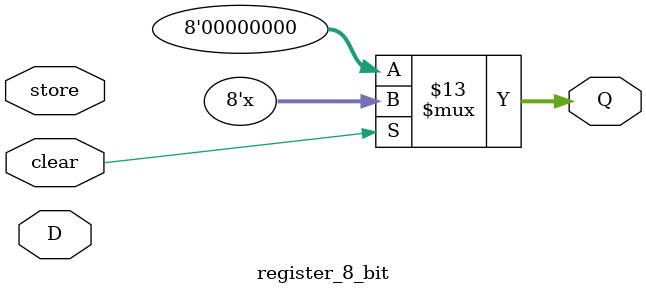
<source format=v>
/*This module does the job of the accumulator. The accumulator is actually an 
8 bit register that stores the value you pass into it through the input Q and D_store.
However, it only does this when you give it the input store. When you give it 
a clear signal it clears the registers are cleared. The output of the registers
is found on Q.*/
module register_8_bit(
	input [7:0] D,
	input clear,
	input store,
	output reg [7:0] Q
);

	//Declaring the register we will use
	reg [7:0] D_store;

	//The standard always block
	always @(clear, store, D_store, D) begin 
		//Since the buttons are inverted, we check for !clear
		if (!clear) begin
		//These <= are blocking statements. They're like an = sign
		//but a little different. You should cover it in lecture a
		//little later. For now trust that it works like an = sign.
			Q <= 8'b0000_0000;
			D_store	= 8'b0000_0000;
		//Since the buttons are inverted, we check for !store
		 end else if (!store) begin
			Q <= D_store;
		//Otherwise save the value on D into D_store
		end else begin
			D_store <= D;
		end
	end

endmodule

</source>
